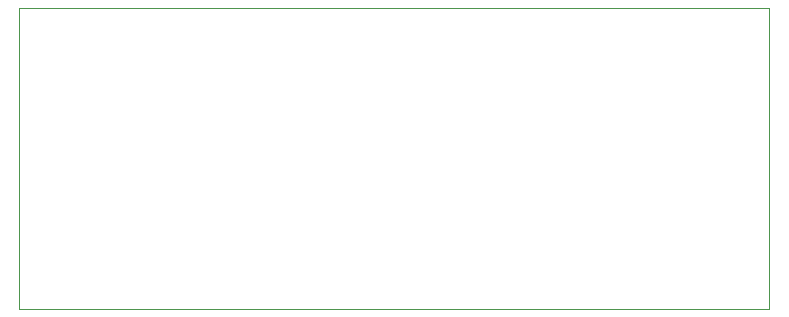
<source format=gko>
G04 #@! TF.FileFunction,Profile,NP*
%FSLAX46Y46*%
G04 Gerber Fmt 4.6, Leading zero omitted, Abs format (unit mm)*
G04 Created by KiCad (PCBNEW (2015-01-16 BZR 5376)-product) date 3/7/2015 3:49:44 PM*
%MOMM*%
G01*
G04 APERTURE LIST*
%ADD10C,0.149860*%
%ADD11C,0.100000*%
G04 APERTURE END LIST*
D10*
D11*
X283200000Y-128800000D02*
X219700000Y-128800000D01*
X219700000Y-154300000D02*
X219700000Y-128800000D01*
X283200000Y-154300000D02*
X219700000Y-154300000D01*
X283200000Y-128800000D02*
X283200000Y-154300000D01*
M02*

</source>
